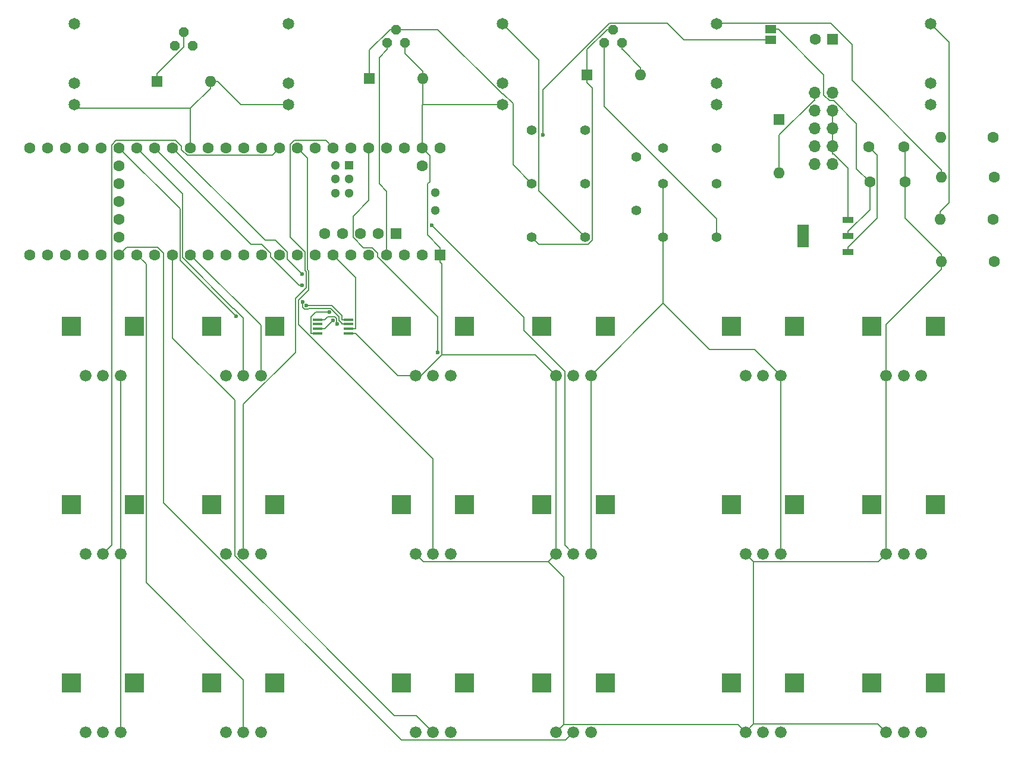
<source format=gbr>
%TF.GenerationSoftware,KiCad,Pcbnew,7.0.2-0*%
%TF.CreationDate,2023-11-14T20:22:56-05:00*%
%TF.ProjectId,A2 Percussion Desktop,41322050-6572-4637-9573-73696f6e2044,rev?*%
%TF.SameCoordinates,Original*%
%TF.FileFunction,Copper,L2,Bot*%
%TF.FilePolarity,Positive*%
%FSLAX46Y46*%
G04 Gerber Fmt 4.6, Leading zero omitted, Abs format (unit mm)*
G04 Created by KiCad (PCBNEW 7.0.2-0) date 2023-11-14 20:22:56*
%MOMM*%
%LPD*%
G01*
G04 APERTURE LIST*
G04 Aperture macros list*
%AMOutline5P*
0 Free polygon, 5 corners , with rotation*
0 The origin of the aperture is its center*
0 number of corners: always 5*
0 $1 to $10 corner X, Y*
0 $11 Rotation angle, in degrees counterclockwise*
0 create outline with 5 corners*
4,1,5,$1,$2,$3,$4,$5,$6,$7,$8,$9,$10,$1,$2,$11*%
%AMOutline6P*
0 Free polygon, 6 corners , with rotation*
0 The origin of the aperture is its center*
0 number of corners: always 6*
0 $1 to $12 corner X, Y*
0 $13 Rotation angle, in degrees counterclockwise*
0 create outline with 6 corners*
4,1,6,$1,$2,$3,$4,$5,$6,$7,$8,$9,$10,$11,$12,$1,$2,$13*%
%AMOutline7P*
0 Free polygon, 7 corners , with rotation*
0 The origin of the aperture is its center*
0 number of corners: always 7*
0 $1 to $14 corner X, Y*
0 $15 Rotation angle, in degrees counterclockwise*
0 create outline with 7 corners*
4,1,7,$1,$2,$3,$4,$5,$6,$7,$8,$9,$10,$11,$12,$13,$14,$1,$2,$15*%
%AMOutline8P*
0 Free polygon, 8 corners , with rotation*
0 The origin of the aperture is its center*
0 number of corners: always 8*
0 $1 to $16 corner X, Y*
0 $17 Rotation angle, in degrees counterclockwise*
0 create outline with 8 corners*
4,1,8,$1,$2,$3,$4,$5,$6,$7,$8,$9,$10,$11,$12,$13,$14,$15,$16,$1,$2,$17*%
G04 Aperture macros list end*
%TA.AperFunction,SMDPad,CuDef*%
%ADD10R,1.600200X0.914400*%
%TD*%
%TA.AperFunction,ComponentPad*%
%ADD11R,1.600000X1.600000*%
%TD*%
%TA.AperFunction,ComponentPad*%
%ADD12C,1.600000*%
%TD*%
%TA.AperFunction,ComponentPad*%
%ADD13O,1.600000X1.600000*%
%TD*%
%TA.AperFunction,ComponentPad*%
%ADD14O,1.700000X1.700000*%
%TD*%
%TA.AperFunction,SMDPad,CuDef*%
%ADD15R,1.600200X1.168400*%
%TD*%
%TA.AperFunction,ComponentPad*%
%ADD16C,1.676400*%
%TD*%
%TA.AperFunction,ComponentPad*%
%ADD17R,2.800000X2.800000*%
%TD*%
%TA.AperFunction,ComponentPad*%
%ADD18C,1.650000*%
%TD*%
%TA.AperFunction,SMDPad,CuDef*%
%ADD19R,1.450000X0.450000*%
%TD*%
%TA.AperFunction,ComponentPad*%
%ADD20Outline8P,-0.660400X0.273547X-0.273547X0.660400X0.273547X0.660400X0.660400X0.273547X0.660400X-0.273547X0.273547X-0.660400X-0.273547X-0.660400X-0.660400X-0.273547X180.000000*%
%TD*%
%TA.AperFunction,ComponentPad*%
%ADD21C,1.397000*%
%TD*%
%TA.AperFunction,ComponentPad*%
%ADD22R,1.300000X1.300000*%
%TD*%
%TA.AperFunction,ComponentPad*%
%ADD23C,1.300000*%
%TD*%
%TA.AperFunction,ViaPad*%
%ADD24C,0.600000*%
%TD*%
%TA.AperFunction,Conductor*%
%ADD25C,0.200000*%
%TD*%
G04 APERTURE END LIST*
%TA.AperFunction,EtchedComponent*%
%TO.C,CR1*%
G36*
X118491200Y-42298400D02*
G01*
X116891000Y-42298400D01*
X116891000Y-39098000D01*
X118491200Y-39098000D01*
X118491200Y-42298400D01*
G37*
%TD.AperFunction*%
%TD*%
D10*
%TO.P,CR1,1,ADJ/GND*%
%TO.N,GND*%
X124091900Y-38398200D03*
%TO.P,CR1,2,VOUT*%
%TO.N,+5V*%
X124091900Y-40698200D03*
%TO.P,CR1,3,VIN*%
%TO.N,+12V*%
X124091900Y-42998200D03*
%TD*%
D11*
%TO.P,C4,1*%
%TO.N,+12V*%
X121920000Y-12700000D03*
D12*
%TO.P,C4,2*%
%TO.N,GND*%
X119420000Y-12700000D03*
%TD*%
D13*
%TO.P,D4,2,A*%
%TO.N,Net-(D4-A)*%
X114300000Y-31750000D03*
D11*
%TO.P,D4,1,K*%
%TO.N,+12V*%
X114300000Y-24130000D03*
%TD*%
D14*
%TO.P,J1,10,-12V*%
%TO.N,-12V*%
X119380000Y-30480000D03*
%TO.P,J1,9,-12V*%
%TO.N,unconnected-(J1--12V-Pad9)*%
X121920000Y-30480000D03*
%TO.P,J1,8,GND*%
%TO.N,unconnected-(J1-GND-Pad8)*%
X119380000Y-27940000D03*
%TO.P,J1,7,GND*%
%TO.N,GND*%
X121920000Y-27940000D03*
%TO.P,J1,6,GND*%
%TO.N,unconnected-(J1-GND-Pad6)*%
X119380000Y-25400000D03*
%TO.P,J1,5,GND*%
%TO.N,GND*%
X121920000Y-25400000D03*
%TO.P,J1,4,GND*%
%TO.N,unconnected-(J1-GND-Pad4)*%
X119380000Y-22860000D03*
%TO.P,J1,3,GND*%
%TO.N,GND*%
X121920000Y-22860000D03*
%TO.P,J1,2,+12V*%
%TO.N,Net-(D4-A)*%
X119380000Y-20320000D03*
%TO.P,J1,1,+12V*%
%TO.N,unconnected-(J1-+12V-Pad1)*%
X121920000Y-20320000D03*
%TD*%
D15*
%TO.P,Connect_For_Euro_Power1,2,B*%
%TO.N,Net-(Connect_For_Euro_Power1-B)*%
X113117300Y-12805260D03*
%TO.P,Connect_For_Euro_Power1,1,A*%
%TO.N,+5V*%
X113117300Y-11283800D03*
%TD*%
D12*
%TO.P,C3,2,2*%
%TO.N,GND*%
X132190500Y-33017100D03*
%TO.P,C3,1,1*%
%TO.N,+5V*%
X127190500Y-33017100D03*
%TD*%
%TO.P,C2,1,1*%
%TO.N,+12V*%
X127080000Y-28020000D03*
%TO.P,C2,2,2*%
%TO.N,GND*%
X132080000Y-28020000D03*
%TD*%
D16*
%TO.P,Shape_3,1,A*%
%TO.N,GND*%
X109500000Y-86000000D03*
%TO.P,Shape_3,2,S*%
%TO.N,Shape3*%
X112000000Y-86000000D03*
%TO.P,Shape_3,3,E*%
%TO.N,3v3*%
X114500000Y-86000000D03*
D17*
%TO.P,Shape_3,M1*%
%TO.N,N/C*%
X116500000Y-79000000D03*
%TO.P,Shape_3,M2*%
X107500000Y-79000000D03*
%TD*%
D16*
%TO.P,Pitch_2,1,A*%
%TO.N,GND*%
X62500000Y-60600000D03*
%TO.P,Pitch_2,2,S*%
%TO.N,Pitch2*%
X65000000Y-60600000D03*
%TO.P,Pitch_2,3,E*%
%TO.N,3v3*%
X67500000Y-60600000D03*
D17*
%TO.P,Pitch_2,M1*%
%TO.N,N/C*%
X69500000Y-53600000D03*
%TO.P,Pitch_2,M2*%
X60500000Y-53600000D03*
%TD*%
D18*
%TO.P,RightAudio1,P$1,2*%
%TO.N,RightAudio*%
X135890000Y-10500000D03*
%TO.P,RightAudio1,P$2,3*%
%TO.N,unconnected-(RightAudio1-3-PadP$2)*%
X135890000Y-19000000D03*
%TO.P,RightAudio1,P$3,1*%
%TO.N,GND*%
X135890000Y-22000000D03*
%TD*%
%TO.P,TRIG3,P$1,2*%
%TO.N,Net-(TRIG3-2)*%
X74930000Y-10500000D03*
%TO.P,TRIG3,P$2,3*%
%TO.N,unconnected-(TRIG3-3-PadP$2)*%
X74930000Y-19000000D03*
%TO.P,TRIG3,P$3,1*%
%TO.N,GND*%
X74930000Y-22000000D03*
%TD*%
D16*
%TO.P,Temp_1,1,A*%
%TO.N,GND*%
X35500000Y-86000000D03*
%TO.P,Temp_1,2,S*%
%TO.N,Temp1*%
X38000000Y-86000000D03*
%TO.P,Temp_1,3,E*%
%TO.N,3v3*%
X40500000Y-86000000D03*
D17*
%TO.P,Temp_1,M1*%
%TO.N,N/C*%
X42500000Y-79000000D03*
%TO.P,Temp_1,M2*%
X33500000Y-79000000D03*
%TD*%
D16*
%TO.P,Vol_1,1,A*%
%TO.N,GND*%
X35500000Y-60600000D03*
%TO.P,Vol_1,2,S*%
%TO.N,Vol_01*%
X38000000Y-60600000D03*
%TO.P,Vol_1,3,E*%
%TO.N,3v3*%
X40500000Y-60600000D03*
D17*
%TO.P,Vol_1,M1*%
%TO.N,N/C*%
X42500000Y-53600000D03*
%TO.P,Vol_1,M2*%
X33500000Y-53600000D03*
%TD*%
D16*
%TO.P,Temp_2,1,A*%
%TO.N,GND*%
X82500000Y-86000000D03*
%TO.P,Temp_2,2,S*%
%TO.N,Temp2*%
X85000000Y-86000000D03*
%TO.P,Temp_2,3,E*%
%TO.N,3v3*%
X87500000Y-86000000D03*
D17*
%TO.P,Temp_2,M1*%
%TO.N,N/C*%
X89500000Y-79000000D03*
%TO.P,Temp_2,M2*%
X80500000Y-79000000D03*
%TD*%
D16*
%TO.P,Motion_2,1,A*%
%TO.N,GND*%
X62500000Y-111400000D03*
%TO.P,Motion_2,2,S*%
%TO.N,Motion2*%
X65000000Y-111400000D03*
%TO.P,Motion_2,3,E*%
%TO.N,3v3*%
X67500000Y-111400000D03*
D17*
%TO.P,Motion_2,M1*%
%TO.N,N/C*%
X69500000Y-104400000D03*
%TO.P,Motion_2,M2*%
X60500000Y-104400000D03*
%TD*%
D18*
%TO.P,LeftAudio1,P$1,2*%
%TO.N,LeftAudio*%
X105410000Y-10500000D03*
%TO.P,LeftAudio1,P$2,3*%
%TO.N,unconnected-(LeftAudio1-3-PadP$2)*%
X105410000Y-19000000D03*
%TO.P,LeftAudio1,P$3,1*%
%TO.N,GND*%
X105410000Y-22000000D03*
%TD*%
D16*
%TO.P,Motion_1,1,A*%
%TO.N,GND*%
X15500000Y-111400000D03*
%TO.P,Motion_1,2,S*%
%TO.N,Motion1*%
X18000000Y-111400000D03*
%TO.P,Motion_1,3,E*%
%TO.N,3v3*%
X20500000Y-111400000D03*
D17*
%TO.P,Motion_1,M1*%
%TO.N,N/C*%
X22500000Y-104400000D03*
%TO.P,Motion_1,M2*%
X13500000Y-104400000D03*
%TD*%
D16*
%TO.P,Temp_3,1,A*%
%TO.N,GND*%
X129500000Y-86000000D03*
%TO.P,Temp_3,2,S*%
%TO.N,Temp3*%
X132000000Y-86000000D03*
%TO.P,Temp_3,3,E*%
%TO.N,3v3*%
X134500000Y-86000000D03*
D17*
%TO.P,Temp_3,M1*%
%TO.N,N/C*%
X136500000Y-79000000D03*
%TO.P,Temp_3,M2*%
X127500000Y-79000000D03*
%TD*%
D16*
%TO.P,Traffic_1,1,A*%
%TO.N,GND*%
X35500000Y-111400000D03*
%TO.P,Traffic_1,2,S*%
%TO.N,Traffic1*%
X38000000Y-111400000D03*
%TO.P,Traffic_1,3,E*%
%TO.N,3v3*%
X40500000Y-111400000D03*
D17*
%TO.P,Traffic_1,M1*%
%TO.N,N/C*%
X42500000Y-104400000D03*
%TO.P,Traffic_1,M2*%
X33500000Y-104400000D03*
%TD*%
D16*
%TO.P,Vol_2,1,A*%
%TO.N,GND*%
X82500000Y-60600000D03*
%TO.P,Vol_2,2,S*%
%TO.N,Vol_02*%
X85000000Y-60600000D03*
%TO.P,Vol_2,3,E*%
%TO.N,3v3*%
X87500000Y-60600000D03*
D17*
%TO.P,Vol_2,M1*%
%TO.N,N/C*%
X89500000Y-53600000D03*
%TO.P,Vol_2,M2*%
X80500000Y-53600000D03*
%TD*%
D18*
%TO.P,TRIG1,P$1,2*%
%TO.N,Net-(TRIG1-2)*%
X13970000Y-10500000D03*
%TO.P,TRIG1,P$2,3*%
%TO.N,unconnected-(TRIG1-3-PadP$2)*%
X13970000Y-19000000D03*
%TO.P,TRIG1,P$3,1*%
%TO.N,GND*%
X13970000Y-22000000D03*
%TD*%
D16*
%TO.P,Pitch_1,1,A*%
%TO.N,GND*%
X15500000Y-60600000D03*
%TO.P,Pitch_1,2,S*%
%TO.N,Pitch1*%
X18000000Y-60600000D03*
%TO.P,Pitch_1,3,E*%
%TO.N,3v3*%
X20500000Y-60600000D03*
D17*
%TO.P,Pitch_1,M1*%
%TO.N,N/C*%
X22500000Y-53600000D03*
%TO.P,Pitch_1,M2*%
X13500000Y-53600000D03*
%TD*%
D16*
%TO.P,Vol_3,1,A*%
%TO.N,GND*%
X129500000Y-60600000D03*
%TO.P,Vol_3,2,S*%
%TO.N,Vol_03*%
X132000000Y-60600000D03*
%TO.P,Vol_3,3,E*%
%TO.N,3v3*%
X134500000Y-60600000D03*
D17*
%TO.P,Vol_3,M1*%
%TO.N,N/C*%
X136500000Y-53600000D03*
%TO.P,Vol_3,M2*%
X127500000Y-53600000D03*
%TD*%
D16*
%TO.P,Shape_1,1,A*%
%TO.N,GND*%
X15500000Y-86000000D03*
%TO.P,Shape_1,2,S*%
%TO.N,Shape1*%
X18000000Y-86000000D03*
%TO.P,Shape_1,3,E*%
%TO.N,3v3*%
X20500000Y-86000000D03*
D17*
%TO.P,Shape_1,M1*%
%TO.N,N/C*%
X22500000Y-79000000D03*
%TO.P,Shape_1,M2*%
X13500000Y-79000000D03*
%TD*%
D18*
%TO.P,TRIG2,P$1,2*%
%TO.N,Net-(TRIG2-2)*%
X44450000Y-10500000D03*
%TO.P,TRIG2,P$2,3*%
%TO.N,unconnected-(TRIG2-3-PadP$2)*%
X44450000Y-19000000D03*
%TO.P,TRIG2,P$3,1*%
%TO.N,GND*%
X44450000Y-22000000D03*
%TD*%
D16*
%TO.P,Motion_3,1,A*%
%TO.N,GND*%
X109500000Y-111400000D03*
%TO.P,Motion_3,2,S*%
%TO.N,Motion3*%
X112000000Y-111400000D03*
%TO.P,Motion_3,3,E*%
%TO.N,3v3*%
X114500000Y-111400000D03*
D17*
%TO.P,Motion_3,M1*%
%TO.N,N/C*%
X116500000Y-104400000D03*
%TO.P,Motion_3,M2*%
X107500000Y-104400000D03*
%TD*%
D16*
%TO.P,Traffic_3,1,A*%
%TO.N,GND*%
X129500000Y-111400000D03*
%TO.P,Traffic_3,2,S*%
%TO.N,Traffic3*%
X132000000Y-111400000D03*
%TO.P,Traffic_3,3,E*%
%TO.N,3v3*%
X134500000Y-111400000D03*
D17*
%TO.P,Traffic_3,M1*%
%TO.N,N/C*%
X136500000Y-104400000D03*
%TO.P,Traffic_3,M2*%
X127500000Y-104400000D03*
%TD*%
D16*
%TO.P,Shape_2,1,A*%
%TO.N,GND*%
X62500000Y-86000000D03*
%TO.P,Shape_2,2,S*%
%TO.N,Shape2*%
X65000000Y-86000000D03*
%TO.P,Shape_2,3,E*%
%TO.N,3v3*%
X67500000Y-86000000D03*
D17*
%TO.P,Shape_2,M1*%
%TO.N,N/C*%
X69500000Y-79000000D03*
%TO.P,Shape_2,M2*%
X60500000Y-79000000D03*
%TD*%
D16*
%TO.P,Pitch_3,1,A*%
%TO.N,GND*%
X109500000Y-60600000D03*
%TO.P,Pitch_3,2,S*%
%TO.N,Pitch3*%
X112000000Y-60600000D03*
%TO.P,Pitch_3,3,E*%
%TO.N,3v3*%
X114500000Y-60600000D03*
D17*
%TO.P,Pitch_3,M1*%
%TO.N,N/C*%
X116500000Y-53600000D03*
%TO.P,Pitch_3,M2*%
X107500000Y-53600000D03*
%TD*%
D16*
%TO.P,Traffic_2,1,A*%
%TO.N,GND*%
X82500000Y-111400000D03*
%TO.P,Traffic_2,2,S*%
%TO.N,Traffic2*%
X85000000Y-111400000D03*
%TO.P,Traffic_2,3,E*%
%TO.N,3v3*%
X87500000Y-111400000D03*
D17*
%TO.P,Traffic_2,M1*%
%TO.N,N/C*%
X89500000Y-104400000D03*
%TO.P,Traffic_2,M2*%
X80500000Y-104400000D03*
%TD*%
D19*
%TO.P,U2,1,BCK*%
%TO.N,BLCK*%
X53000000Y-52625000D03*
%TO.P,U2,2,WS*%
%TO.N,WS*%
X53000000Y-53275000D03*
%TO.P,U2,3,DIN*%
%TO.N,DIN*%
X53000000Y-53925000D03*
%TO.P,U2,4,GND*%
%TO.N,GND*%
X53000000Y-54575000D03*
%TO.P,U2,5,VDD*%
%TO.N,Net-(U2-VDD)*%
X48600000Y-54575000D03*
%TO.P,U2,6,LCH*%
%TO.N,Net-(U2-LCH)*%
X48600000Y-53925000D03*
%TO.P,U2,7,NC*%
%TO.N,unconnected-(U2-NC-Pad7)*%
X48600000Y-53275000D03*
%TO.P,U2,8,RCH*%
%TO.N,Net-(U2-RCH)*%
X48600000Y-52625000D03*
%TD*%
D20*
%TO.P,T2,1,C*%
%TO.N,Trig_2*%
X58490400Y-13247600D03*
%TO.P,T2,2,B*%
%TO.N,Net-(D2-K)*%
X59760400Y-11342600D03*
%TO.P,T2,3,E*%
%TO.N,GND*%
X61030400Y-13247600D03*
%TD*%
D11*
%TO.P,D2,1,K*%
%TO.N,Net-(D2-K)*%
X55950400Y-18327600D03*
D13*
%TO.P,D2,2,A*%
%TO.N,GND*%
X63570400Y-18327600D03*
%TD*%
D12*
%TO.P,C7,1*%
%TO.N,Net-(U2-VDD)*%
X144879800Y-44388700D03*
D13*
%TO.P,C7,2*%
%TO.N,GND*%
X137379800Y-44388700D03*
%TD*%
D21*
%TO.P,R5,1,1*%
%TO.N,Trig_2*%
X105410000Y-33280000D03*
%TO.P,R5,2,2*%
%TO.N,3v3*%
X97790000Y-33280000D03*
%TD*%
%TO.P,R3,1,1*%
%TO.N,Net-(TRIG2-2)*%
X86680000Y-33280000D03*
%TO.P,R3,2,2*%
%TO.N,Net-(D2-K)*%
X79060000Y-33280000D03*
%TD*%
D12*
%TO.P,C8,1*%
%TO.N,Net-(U2-LCH)*%
X144907300Y-32357100D03*
D13*
%TO.P,C8,2*%
%TO.N,LeftAudio*%
X137407300Y-32357100D03*
%TD*%
D21*
%TO.P,R1,1,1*%
%TO.N,Net-(TRIG1-2)*%
X86680000Y-25660000D03*
%TO.P,R1,2,2*%
%TO.N,Net-(D3-K)*%
X79060000Y-25660000D03*
%TD*%
D12*
%TO.P,C6,1*%
%TO.N,Net-(U2-VDD)*%
X144780000Y-26690000D03*
D13*
%TO.P,C6,2*%
%TO.N,GND*%
X137280000Y-26690000D03*
%TD*%
D20*
%TO.P,T1,1,C*%
%TO.N,Trig_1*%
X28227600Y-13604300D03*
%TO.P,T1,2,B*%
%TO.N,Net-(D3-K)*%
X29497600Y-11699300D03*
%TO.P,T1,3,E*%
%TO.N,GND*%
X30767600Y-13604300D03*
%TD*%
D21*
%TO.P,R7,1,1*%
%TO.N,Trig_3*%
X105410000Y-40900000D03*
%TO.P,R7,2,2*%
%TO.N,3v3*%
X97790000Y-40900000D03*
%TD*%
%TO.P,R4,1*%
%TO.N,3v3*%
X93980000Y-29470000D03*
%TO.P,R4,2*%
%TO.N,Net-(U2-VDD)*%
X93980000Y-37090000D03*
%TD*%
D11*
%TO.P,U3,1,GND*%
%TO.N,GND*%
X66040000Y-43440000D03*
D12*
%TO.P,U3,2,0_RX1_CRX2_CS1*%
%TO.N,unconnected-(U3-0_RX1_CRX2_CS1-Pad2)*%
X63500000Y-43440000D03*
%TO.P,U3,3,1_TX1_CTX2_MISO1*%
%TO.N,Trig_1*%
X60960000Y-43440000D03*
%TO.P,U3,4,2_OUT2*%
%TO.N,Trig_2*%
X58420000Y-43440000D03*
%TO.P,U3,5,3_LRCLK2*%
%TO.N,Trig_3*%
X55880000Y-43440000D03*
%TO.P,U3,6,4_BCLK2*%
%TO.N,unconnected-(U3-4_BCLK2-Pad6)*%
X53340000Y-43440000D03*
%TO.P,U3,7,5_IN2*%
%TO.N,DIN*%
X50800000Y-43440000D03*
%TO.P,U3,8,6_OUT1D*%
%TO.N,unconnected-(U3-6_OUT1D-Pad8)*%
X48260000Y-43440000D03*
%TO.P,U3,9,7_RX2_OUT1A*%
%TO.N,unconnected-(U3-7_RX2_OUT1A-Pad9)*%
X45720000Y-43440000D03*
%TO.P,U3,10,8_TX2_IN1*%
%TO.N,unconnected-(U3-8_TX2_IN1-Pad10)*%
X43180000Y-43440000D03*
%TO.P,U3,11,9_OUT1C*%
%TO.N,unconnected-(U3-9_OUT1C-Pad11)*%
X40640000Y-43440000D03*
%TO.P,U3,12,10_CS_MQSR*%
%TO.N,unconnected-(U3-10_CS_MQSR-Pad12)*%
X38100000Y-43440000D03*
%TO.P,U3,13,11_MOSI_CTX1*%
%TO.N,unconnected-(U3-11_MOSI_CTX1-Pad13)*%
X35560000Y-43440000D03*
%TO.P,U3,14,12_MISO_MQSL*%
%TO.N,unconnected-(U3-12_MISO_MQSL-Pad14)*%
X33020000Y-43440000D03*
%TO.P,U3,15,3V3*%
%TO.N,3v3*%
X30480000Y-43440000D03*
%TO.P,U3,16,24_A10_TX6_SCL2*%
%TO.N,Motion2*%
X27940000Y-43440000D03*
%TO.P,U3,17,25_A11_RX6_SDA2*%
%TO.N,Motion3*%
X25400000Y-43440000D03*
%TO.P,U3,18,26_A12_MOSI1*%
%TO.N,Traffic1*%
X22860000Y-43440000D03*
%TO.P,U3,19,27_A13_SCK1*%
%TO.N,Traffic2*%
X20320000Y-43440000D03*
%TO.P,U3,20,28_RX7*%
%TO.N,WS*%
X17780000Y-43440000D03*
%TO.P,U3,21,29_TX7*%
%TO.N,BLCK*%
X15240000Y-43440000D03*
%TO.P,U3,22,30_CRX3*%
%TO.N,unconnected-(U3-30_CRX3-Pad22)*%
X12700000Y-43440000D03*
%TO.P,U3,23,31_CTX3*%
%TO.N,unconnected-(U3-31_CTX3-Pad23)*%
X10160000Y-43440000D03*
%TO.P,U3,24,32_OUT1B*%
%TO.N,unconnected-(U3-32_OUT1B-Pad24)*%
X7620000Y-43440000D03*
%TO.P,U3,25,33_MCLK2*%
%TO.N,unconnected-(U3-33_MCLK2-Pad25)*%
X7620000Y-28200000D03*
%TO.P,U3,26,34_RX8*%
%TO.N,unconnected-(U3-34_RX8-Pad26)*%
X10160000Y-28200000D03*
%TO.P,U3,27,35_TX8*%
%TO.N,unconnected-(U3-35_TX8-Pad27)*%
X12700000Y-28200000D03*
%TO.P,U3,28,36_CS*%
%TO.N,unconnected-(U3-36_CS-Pad28)*%
X15240000Y-28200000D03*
%TO.P,U3,29,37_CS*%
%TO.N,unconnected-(U3-37_CS-Pad29)*%
X17780000Y-28200000D03*
%TO.P,U3,30,38_A14_CS1_IN1*%
%TO.N,Traffic3*%
X20320000Y-28200000D03*
%TO.P,U3,31,39_A15_MISO1_OUT1A*%
%TO.N,Vol_01*%
X22860000Y-28200000D03*
%TO.P,U3,32,40_A16*%
%TO.N,Vol_02*%
X25400000Y-28200000D03*
%TO.P,U3,33,41_A17*%
%TO.N,Vol_03*%
X27940000Y-28200000D03*
%TO.P,U3,34,GND*%
%TO.N,GND*%
X30480000Y-28200000D03*
%TO.P,U3,35,13_SCK_LED*%
%TO.N,unconnected-(U3-13_SCK_LED-Pad35)*%
X33020000Y-28200000D03*
%TO.P,U3,36,14_A0_TX3_SPDIF_OUT*%
%TO.N,Pitch1*%
X35560000Y-28200000D03*
%TO.P,U3,37,15_A1_RX3_SPDIF_IN*%
%TO.N,Pitch2*%
X38100000Y-28200000D03*
%TO.P,U3,38,16_A2_RX4_SCL1*%
%TO.N,Pitch3*%
X40640000Y-28200000D03*
%TO.P,U3,39,17_A3_TX4_SDA1*%
%TO.N,Shape1*%
X43180000Y-28200000D03*
%TO.P,U3,40,18_A4_SDA*%
%TO.N,Shape2*%
X45720000Y-28200000D03*
%TO.P,U3,41,19_A5_SCL*%
%TO.N,Shape3*%
X48260000Y-28200000D03*
%TO.P,U3,42,20_A6_TX5_LRCLK1*%
%TO.N,Temp1*%
X50800000Y-28200000D03*
%TO.P,U3,43,21_A7_RX5_BCLK1*%
%TO.N,Temp2*%
X53340000Y-28200000D03*
%TO.P,U3,44,22_A8_CTX1*%
%TO.N,Temp3*%
X55880000Y-28200000D03*
%TO.P,U3,45,23_A9_CRX1_MCLK1*%
%TO.N,Motion1*%
X58420000Y-28200000D03*
%TO.P,U3,46,3V3*%
%TO.N,3v3*%
X60960000Y-28200000D03*
%TO.P,U3,47,GND*%
%TO.N,GND*%
X63500000Y-28200000D03*
%TO.P,U3,48,VIN*%
%TO.N,Net-(Connect_For_Euro_Power1-B)*%
X66040000Y-28200000D03*
%TO.P,U3,49,VUSB*%
%TO.N,unconnected-(U3-VUSB-Pad49)*%
X63500000Y-30740000D03*
%TO.P,U3,50,VBAT*%
%TO.N,unconnected-(U3-VBAT-Pad50)*%
X20320000Y-40900000D03*
%TO.P,U3,51,3V3*%
%TO.N,unconnected-(U3-3V3-Pad51)*%
X20320000Y-38360000D03*
%TO.P,U3,52,GND*%
%TO.N,unconnected-(U3-GND-Pad52)*%
X20320000Y-35820000D03*
%TO.P,U3,53,PROGRAM*%
%TO.N,unconnected-(U3-PROGRAM-Pad53)*%
X20320000Y-33280000D03*
%TO.P,U3,54,ON_OFF*%
%TO.N,unconnected-(U3-ON_OFF-Pad54)*%
X20320000Y-30740000D03*
D11*
%TO.P,U3,55,5V*%
%TO.N,unconnected-(U3-5V-Pad55)*%
X59740800Y-40389200D03*
D12*
%TO.P,U3,56,D-*%
%TO.N,unconnected-(U3-D--Pad56)*%
X57200800Y-40389200D03*
%TO.P,U3,57,D+*%
%TO.N,unconnected-(U3-D+-Pad57)*%
X54660800Y-40389200D03*
%TO.P,U3,58,GND*%
%TO.N,unconnected-(U3-GND-Pad58)*%
X52120800Y-40389200D03*
%TO.P,U3,59,GND*%
%TO.N,unconnected-(U3-GND-Pad59)*%
X49580800Y-40389200D03*
D22*
%TO.P,U3,60,R+*%
%TO.N,unconnected-(U3-R+-Pad60)*%
X53070000Y-30638400D03*
D23*
%TO.P,U3,61,LED*%
%TO.N,unconnected-(U3-LED-Pad61)*%
X53070000Y-32638400D03*
%TO.P,U3,62,T-*%
%TO.N,unconnected-(U3-T--Pad62)*%
X53070000Y-34638400D03*
%TO.P,U3,63,T+*%
%TO.N,unconnected-(U3-T+-Pad63)*%
X51070000Y-34638400D03*
%TO.P,U3,64,GND*%
%TO.N,unconnected-(U3-GND-Pad64)*%
X51070000Y-32638400D03*
%TO.P,U3,65,R-*%
%TO.N,unconnected-(U3-R--Pad65)*%
X51070000Y-30638400D03*
%TO.P,U3,66,D-*%
%TO.N,unconnected-(U3-D--Pad66)*%
X65310000Y-34550000D03*
%TO.P,U3,67,D+*%
%TO.N,unconnected-(U3-D+-Pad67)*%
X65310000Y-37090000D03*
%TD*%
D12*
%TO.P,C9,1*%
%TO.N,Net-(U2-RCH)*%
X144707900Y-38339600D03*
D13*
%TO.P,C9,2*%
%TO.N,RightAudio*%
X137207900Y-38339600D03*
%TD*%
D11*
%TO.P,D3,1,K*%
%TO.N,Net-(D3-K)*%
X25687600Y-18684300D03*
D13*
%TO.P,D3,2,A*%
%TO.N,GND*%
X33307600Y-18684300D03*
%TD*%
D21*
%TO.P,R2,1,1*%
%TO.N,Trig_1*%
X105410000Y-28200000D03*
%TO.P,R2,2,2*%
%TO.N,3v3*%
X97790000Y-28200000D03*
%TD*%
D20*
%TO.P,T3,1,C*%
%TO.N,Trig_3*%
X89400100Y-13247600D03*
%TO.P,T3,2,B*%
%TO.N,Net-(D5-K)*%
X90670100Y-11342600D03*
%TO.P,T3,3,E*%
%TO.N,GND*%
X91940100Y-13247600D03*
%TD*%
D21*
%TO.P,R6,1,1*%
%TO.N,Net-(TRIG3-2)*%
X86680000Y-40900000D03*
%TO.P,R6,2,2*%
%TO.N,Net-(D5-K)*%
X79060000Y-40900000D03*
%TD*%
D11*
%TO.P,D5,1,K*%
%TO.N,Net-(D5-K)*%
X86949900Y-17815800D03*
D13*
%TO.P,D5,2,A*%
%TO.N,GND*%
X94569900Y-17815800D03*
%TD*%
D24*
%TO.N,Vol_03*%
X46368600Y-46163700D03*
%TO.N,Vol_02*%
X46351600Y-47741200D03*
%TO.N,Net-(Connect_For_Euro_Power1-B)*%
X80680900Y-26367900D03*
%TO.N,WS*%
X46423100Y-50094600D03*
%TO.N,BLCK*%
X46955200Y-50626800D03*
%TO.N,Traffic3*%
X36942100Y-52129500D03*
%TO.N,Temp3*%
X65693700Y-57286800D03*
%TO.N,Temp2*%
X64794500Y-39190200D03*
%TO.N,Net-(U2-RCH)*%
X51312100Y-53240200D03*
%TO.N,Net-(U2-LCH)*%
X50734900Y-52753000D03*
%TO.N,Net-(U2-VDD)*%
X50225300Y-51579600D03*
%TD*%
D25*
%TO.N,Net-(D4-A)*%
X114300000Y-26364600D02*
X114300000Y-31750000D01*
X119242100Y-21422500D02*
X114300000Y-26364600D01*
X119380000Y-21422500D02*
X119242100Y-21422500D01*
X119380000Y-20320000D02*
X119380000Y-21422500D01*
%TO.N,+5V*%
X124091900Y-40698200D02*
X124091900Y-39988500D01*
X113117300Y-11283800D02*
X114169900Y-11283800D01*
X124180600Y-39988500D02*
X124091900Y-39988500D01*
X127190500Y-36978600D02*
X124180600Y-39988500D01*
X127190500Y-33017100D02*
X127190500Y-36978600D01*
X120650000Y-17763900D02*
X114169900Y-11283800D01*
X120650000Y-20639200D02*
X120650000Y-17763900D01*
X121433400Y-21422600D02*
X120650000Y-20639200D01*
X122042800Y-21422600D02*
X121433400Y-21422600D01*
X125304700Y-24684500D02*
X122042800Y-21422600D01*
X125304700Y-31131300D02*
X125304700Y-24684500D01*
X127190500Y-33017100D02*
X125304700Y-31131300D01*
%TO.N,+12V*%
X124091900Y-42998200D02*
X124091900Y-42288500D01*
X124180600Y-42288500D02*
X124091900Y-42288500D01*
X128251700Y-38217400D02*
X124180600Y-42288500D01*
X128251700Y-29191700D02*
X128251700Y-38217400D01*
X127080000Y-28020000D02*
X128251700Y-29191700D01*
%TO.N,Net-(D3-K)*%
X29497600Y-13821800D02*
X29497600Y-11699300D01*
X25687600Y-17631800D02*
X29497600Y-13821800D01*
X25687600Y-18684300D02*
X25687600Y-17631800D01*
%TO.N,Net-(D2-K)*%
X55950400Y-14238400D02*
X55950400Y-18327600D01*
X58846200Y-11342600D02*
X55950400Y-14238400D01*
X59760400Y-11342600D02*
X58846200Y-11342600D01*
X65697800Y-11342600D02*
X59760400Y-11342600D01*
X74855200Y-20500000D02*
X65697800Y-11342600D01*
X74998300Y-20500000D02*
X74855200Y-20500000D01*
X76381000Y-21882700D02*
X74998300Y-20500000D01*
X76381000Y-30601000D02*
X76381000Y-21882700D01*
X79060000Y-33280000D02*
X76381000Y-30601000D01*
%TO.N,Net-(D5-K)*%
X90670100Y-11342600D02*
X89755900Y-11342600D01*
X86949900Y-14148600D02*
X86949900Y-17815800D01*
X89755900Y-11342600D02*
X86949900Y-14148600D01*
X87686100Y-19604500D02*
X86949900Y-18868300D01*
X87686100Y-41289200D02*
X87686100Y-19604500D01*
X87064200Y-41911100D02*
X87686100Y-41289200D01*
X80071100Y-41911100D02*
X87064200Y-41911100D01*
X79060000Y-40900000D02*
X80071100Y-41911100D01*
X86949900Y-17815800D02*
X86949900Y-18868300D01*
%TO.N,Vol_03*%
X44232600Y-44027700D02*
X46368600Y-46163700D01*
X44232600Y-42994200D02*
X44232600Y-44027700D01*
X42565500Y-41327100D02*
X44232600Y-42994200D01*
X41067100Y-41327100D02*
X42565500Y-41327100D01*
X27940000Y-28200000D02*
X41067100Y-41327100D01*
%TO.N,Vol_02*%
X45948700Y-47741200D02*
X46351600Y-47741200D01*
X41910100Y-43702600D02*
X45948700Y-47741200D01*
X41910100Y-43213200D02*
X41910100Y-43702600D01*
X40594000Y-41897100D02*
X41910100Y-43213200D01*
X39097100Y-41897100D02*
X40594000Y-41897100D01*
X25400000Y-28200000D02*
X39097100Y-41897100D01*
%TO.N,Vol_01*%
X38000000Y-52405800D02*
X38000000Y-60600000D01*
X36616500Y-51022300D02*
X38000000Y-52405800D01*
X36573700Y-51022300D02*
X36616500Y-51022300D01*
X29345200Y-43793800D02*
X36573700Y-51022300D01*
X29345200Y-34685200D02*
X29345200Y-43793800D01*
X22860000Y-28200000D02*
X29345200Y-34685200D01*
%TO.N,Net-(Connect_For_Euro_Power1-B)*%
X100739400Y-12805300D02*
X113117300Y-12805300D01*
X98347700Y-10413600D02*
X100739400Y-12805300D01*
X90123300Y-10413600D02*
X98347700Y-10413600D01*
X80680900Y-19856000D02*
X90123300Y-10413600D01*
X80680900Y-26367900D02*
X80680900Y-19856000D01*
%TO.N,DIN*%
X53000000Y-53925000D02*
X53977500Y-53925000D01*
X53977500Y-46617500D02*
X53977500Y-53925000D01*
X50800000Y-43440000D02*
X53977500Y-46617500D01*
%TO.N,WS*%
X53000000Y-53275000D02*
X52022500Y-53275000D01*
X46402700Y-50115000D02*
X46423100Y-50094600D01*
X46402700Y-50855600D02*
X46402700Y-50115000D01*
X46726400Y-51179300D02*
X46402700Y-50855600D01*
X47184100Y-51179300D02*
X46726400Y-51179300D01*
X47349400Y-51014000D02*
X47184100Y-51179300D01*
X50443600Y-51014000D02*
X47349400Y-51014000D01*
X51639900Y-52210300D02*
X50443600Y-51014000D01*
X51639900Y-52786400D02*
X51639900Y-52210300D01*
X52022500Y-53169000D02*
X51639900Y-52786400D01*
X52022500Y-53275000D02*
X52022500Y-53169000D01*
%TO.N,BLCK*%
X53000000Y-52625000D02*
X52022500Y-52625000D01*
X50566300Y-50626800D02*
X46955200Y-50626800D01*
X52022500Y-52083000D02*
X50566300Y-50626800D01*
X52022500Y-52625000D02*
X52022500Y-52083000D01*
%TO.N,Traffic3*%
X28992600Y-44180000D02*
X36942100Y-52129500D01*
X28992600Y-36872600D02*
X28992600Y-44180000D01*
X20320000Y-28200000D02*
X28992600Y-36872600D01*
%TO.N,Traffic2*%
X83843100Y-112556900D02*
X85000000Y-111400000D01*
X60497400Y-112556900D02*
X83843100Y-112556900D01*
X26670100Y-78729600D02*
X60497400Y-112556900D01*
X26670100Y-43215300D02*
X26670100Y-78729600D01*
X25805500Y-42350700D02*
X26670100Y-43215300D01*
X21409300Y-42350700D02*
X25805500Y-42350700D01*
X20320000Y-43440000D02*
X21409300Y-42350700D01*
%TO.N,Traffic1*%
X38000000Y-103951800D02*
X38000000Y-111400000D01*
X24152600Y-90104400D02*
X38000000Y-103951800D01*
X24152600Y-44732600D02*
X24152600Y-90104400D01*
X22860000Y-43440000D02*
X24152600Y-44732600D01*
%TO.N,Temp3*%
X65693700Y-52232700D02*
X65693700Y-57286800D01*
X57150100Y-43689100D02*
X65693700Y-52232700D01*
X57150100Y-43207200D02*
X57150100Y-43689100D01*
X56321200Y-42378300D02*
X57150100Y-43207200D01*
X55092400Y-42378300D02*
X56321200Y-42378300D01*
X53604100Y-40890000D02*
X55092400Y-42378300D01*
X53604100Y-37933700D02*
X53604100Y-40890000D01*
X55880000Y-35657800D02*
X53604100Y-37933700D01*
X55880000Y-28200000D02*
X55880000Y-35657800D01*
%TO.N,Temp2*%
X83750000Y-84750000D02*
X85000000Y-86000000D01*
X83750000Y-60049000D02*
X83750000Y-84750000D01*
X77900800Y-54199800D02*
X83750000Y-60049000D01*
X77900800Y-52296500D02*
X77900800Y-54199800D01*
X64794500Y-39190200D02*
X77900800Y-52296500D01*
%TO.N,Temp1*%
X38000000Y-64708100D02*
X38000000Y-86000000D01*
X45385900Y-57322200D02*
X38000000Y-64708100D01*
X45385900Y-49624900D02*
X45385900Y-57322200D01*
X46921200Y-48089600D02*
X45385900Y-49624900D01*
X46921200Y-45781100D02*
X46921200Y-48089600D01*
X46798200Y-45658100D02*
X46921200Y-45781100D01*
X46798200Y-43029700D02*
X46798200Y-45658100D01*
X44651200Y-40882700D02*
X46798200Y-43029700D01*
X44651200Y-27723100D02*
X44651200Y-40882700D01*
X45254500Y-27119800D02*
X44651200Y-27723100D01*
X49719800Y-27119800D02*
X45254500Y-27119800D01*
X50800000Y-28200000D02*
X49719800Y-27119800D01*
%TO.N,Shape2*%
X65000000Y-72470900D02*
X65000000Y-86000000D01*
X45870500Y-53341400D02*
X65000000Y-72470900D01*
X45870500Y-49865900D02*
X45870500Y-53341400D01*
X47273700Y-48462700D02*
X45870500Y-49865900D01*
X47273700Y-45635100D02*
X47273700Y-48462700D01*
X47150800Y-45512200D02*
X47273700Y-45635100D01*
X47150800Y-29630800D02*
X47150800Y-45512200D01*
X45720000Y-28200000D02*
X47150800Y-29630800D01*
%TO.N,Shape1*%
X19250000Y-84750000D02*
X18000000Y-86000000D01*
X19250000Y-27734500D02*
X19250000Y-84750000D01*
X19881500Y-27103000D02*
X19250000Y-27734500D01*
X28353300Y-27103000D02*
X19881500Y-27103000D01*
X29210000Y-27959700D02*
X28353300Y-27103000D01*
X29210000Y-28447300D02*
X29210000Y-27959700D01*
X30015400Y-29252700D02*
X29210000Y-28447300D01*
X42127300Y-29252700D02*
X30015400Y-29252700D01*
X43180000Y-28200000D02*
X42127300Y-29252700D01*
%TO.N,Trig_3*%
X89400100Y-22239000D02*
X89400100Y-13247600D01*
X105410000Y-38248900D02*
X89400100Y-22239000D01*
X105410000Y-40900000D02*
X105410000Y-38248900D01*
%TO.N,Net-(TRIG3-2)*%
X80067200Y-15637200D02*
X74930000Y-10500000D01*
X80067200Y-34287200D02*
X80067200Y-15637200D01*
X86680000Y-40900000D02*
X80067200Y-34287200D01*
%TO.N,Trig_2*%
X57358900Y-15293300D02*
X58490400Y-14161800D01*
X57358900Y-33272500D02*
X57358900Y-15293300D01*
X58420000Y-34333600D02*
X57358900Y-33272500D01*
X58420000Y-43440000D02*
X58420000Y-34333600D01*
X58490400Y-13247600D02*
X58490400Y-14161800D01*
%TO.N,Motion2*%
X27940000Y-55277500D02*
X27940000Y-43440000D01*
X36750000Y-64087500D02*
X27940000Y-55277500D01*
X36750000Y-86299000D02*
X36750000Y-64087500D01*
X59499600Y-109048600D02*
X36750000Y-86299000D01*
X62648600Y-109048600D02*
X59499600Y-109048600D01*
X65000000Y-111400000D02*
X62648600Y-109048600D01*
%TO.N,3v3*%
X114500000Y-60600000D02*
X114500000Y-86000000D01*
X97790000Y-33280000D02*
X97790000Y-40900000D01*
X110811300Y-56911300D02*
X114500000Y-60600000D01*
X104391300Y-56911300D02*
X110811300Y-56911300D01*
X97790000Y-50310000D02*
X104391300Y-56911300D01*
X97790000Y-40900000D02*
X97790000Y-50310000D01*
X40500000Y-53460000D02*
X30480000Y-43440000D01*
X40500000Y-60600000D02*
X40500000Y-53460000D01*
X20500000Y-111400000D02*
X20500000Y-86000000D01*
X20500000Y-86000000D02*
X20500000Y-60600000D01*
X97790000Y-50310000D02*
X87500000Y-60600000D01*
X87500000Y-60600000D02*
X87500000Y-86000000D01*
%TO.N,RightAudio*%
X138480100Y-13090100D02*
X135890000Y-10500000D01*
X138480100Y-36014900D02*
X138480100Y-13090100D01*
X137207900Y-37287100D02*
X138480100Y-36014900D01*
X137207900Y-38339600D02*
X137207900Y-37287100D01*
%TO.N,Net-(U2-RCH)*%
X48600000Y-52625000D02*
X49577500Y-52625000D01*
X51287400Y-53215500D02*
X51312100Y-53240200D01*
X51287400Y-52470700D02*
X51287400Y-53215500D01*
X51017100Y-52200400D02*
X51287400Y-52470700D01*
X50002100Y-52200400D02*
X51017100Y-52200400D01*
X49577500Y-52625000D02*
X50002100Y-52200400D01*
%TO.N,LeftAudio*%
X105463000Y-10447000D02*
X105410000Y-10500000D01*
X121652700Y-10447000D02*
X105463000Y-10447000D01*
X124645100Y-13439400D02*
X121652700Y-10447000D01*
X124645100Y-18542400D02*
X124645100Y-13439400D01*
X137407300Y-31304600D02*
X124645100Y-18542400D01*
X137407300Y-32357100D02*
X137407300Y-31304600D01*
%TO.N,Net-(U2-LCH)*%
X48600000Y-53925000D02*
X49577500Y-53925000D01*
X49577500Y-53910400D02*
X50734900Y-52753000D01*
X49577500Y-53925000D02*
X49577500Y-53910400D01*
%TO.N,Net-(U2-VDD)*%
X47622500Y-52246800D02*
X47622500Y-54575000D01*
X48289700Y-51579600D02*
X47622500Y-52246800D01*
X50225300Y-51579600D02*
X48289700Y-51579600D01*
X48600000Y-54575000D02*
X47622500Y-54575000D01*
%TO.N,GND*%
X132190500Y-38146900D02*
X132190500Y-33017100D01*
X137379800Y-43336200D02*
X132190500Y-38146900D01*
X137379800Y-44388700D02*
X137379800Y-43336200D01*
X91968400Y-14161800D02*
X91940100Y-14161800D01*
X94569900Y-16763300D02*
X91968400Y-14161800D01*
X94569900Y-17815800D02*
X94569900Y-16763300D01*
X91940100Y-13247600D02*
X91940100Y-14161800D01*
X129500000Y-53321000D02*
X137379800Y-45441200D01*
X129500000Y-60600000D02*
X129500000Y-53321000D01*
X137379800Y-44388700D02*
X137379800Y-45441200D01*
X129500000Y-86000000D02*
X129500000Y-60600000D01*
X132190500Y-28130500D02*
X132190500Y-33017100D01*
X132080000Y-28020000D02*
X132190500Y-28130500D01*
X121920000Y-22860000D02*
X121920000Y-25400000D01*
X37675800Y-22000000D02*
X34360100Y-18684300D01*
X44450000Y-22000000D02*
X37675800Y-22000000D01*
X33307600Y-18684300D02*
X34360100Y-18684300D01*
X33307600Y-18684300D02*
X33307600Y-19736800D01*
X61030400Y-14735100D02*
X61030400Y-13247600D01*
X63570400Y-17275100D02*
X61030400Y-14735100D01*
X63570400Y-18327600D02*
X63570400Y-17275100D01*
X14534400Y-22564400D02*
X13970000Y-22000000D01*
X30480000Y-22564400D02*
X14534400Y-22564400D01*
X30480000Y-28200000D02*
X30480000Y-22564400D01*
X30480000Y-22564400D02*
X33307600Y-19736800D01*
X124091900Y-38398200D02*
X124091900Y-37688500D01*
X121920000Y-25400000D02*
X121920000Y-27940000D01*
X124091900Y-31076500D02*
X124091900Y-37688500D01*
X122057900Y-29042500D02*
X124091900Y-31076500D01*
X121920000Y-29042500D02*
X122057900Y-29042500D01*
X121920000Y-27940000D02*
X121920000Y-29042500D01*
X63570400Y-18327600D02*
X63570400Y-19380100D01*
X66040000Y-43440000D02*
X66040000Y-42387500D01*
X128354900Y-110254900D02*
X110645100Y-110254900D01*
X129500000Y-111400000D02*
X128354900Y-110254900D01*
X110645100Y-110254900D02*
X110645100Y-87131700D01*
X110631700Y-87131700D02*
X110645100Y-87131700D01*
X109500000Y-86000000D02*
X110631700Y-87131700D01*
X128368300Y-87131700D02*
X129500000Y-86000000D01*
X110645100Y-87131700D02*
X128368300Y-87131700D01*
X82500000Y-86000000D02*
X82500000Y-60600000D01*
X110645100Y-110254900D02*
X109500000Y-111400000D01*
X108393700Y-110293700D02*
X83606300Y-110293700D01*
X109500000Y-111400000D02*
X108393700Y-110293700D01*
X83606300Y-110293700D02*
X82500000Y-111400000D01*
X83606300Y-89287900D02*
X83606300Y-110293700D01*
X81409200Y-87090800D02*
X83606300Y-89287900D01*
X82500000Y-86000000D02*
X81409200Y-87090800D01*
X63590800Y-87090800D02*
X62500000Y-86000000D01*
X81409200Y-87090800D02*
X63590800Y-87090800D01*
X64242000Y-40589500D02*
X66040000Y-42387500D01*
X64242000Y-33311400D02*
X64242000Y-40589500D01*
X64571800Y-32981600D02*
X64242000Y-33311400D01*
X64571800Y-29271800D02*
X64571800Y-32981600D01*
X63500000Y-28200000D02*
X64571800Y-29271800D01*
X63570400Y-22000000D02*
X63570400Y-19380100D01*
X63500000Y-22070400D02*
X63570400Y-22000000D01*
X63500000Y-28200000D02*
X63500000Y-22070400D01*
X63570400Y-22000000D02*
X74930000Y-22000000D01*
X60002500Y-60600000D02*
X62500000Y-60600000D01*
X53977500Y-54575000D02*
X60002500Y-60600000D01*
X53000000Y-54575000D02*
X53977500Y-54575000D01*
X66040000Y-43440000D02*
X66040000Y-44492500D01*
X66246200Y-44698700D02*
X66040000Y-44492500D01*
X66246200Y-57648200D02*
X66246200Y-44698700D01*
X79548200Y-57648200D02*
X66246200Y-57648200D01*
X82500000Y-60600000D02*
X79548200Y-57648200D01*
X63294400Y-60600000D02*
X62500000Y-60600000D01*
X66246200Y-57648200D02*
X63294400Y-60600000D01*
%TD*%
M02*

</source>
